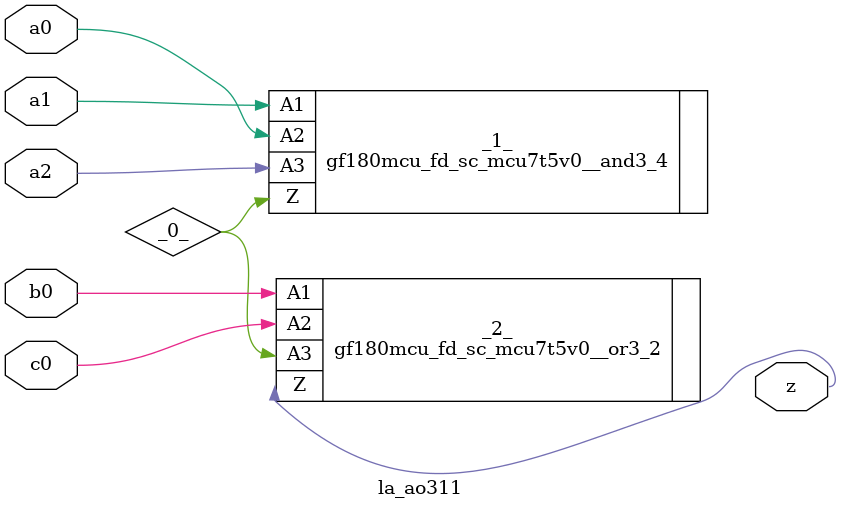
<source format=v>
/* Generated by Yosys 0.37 (git sha1 a5c7f69ed, clang 14.0.0-1ubuntu1.1 -fPIC -Os) */

module la_ao311(a0, a1, a2, b0, c0, z);
  wire _0_;
  input a0;
  wire a0;
  input a1;
  wire a1;
  input a2;
  wire a2;
  input b0;
  wire b0;
  input c0;
  wire c0;
  output z;
  wire z;
  gf180mcu_fd_sc_mcu7t5v0__and3_4 _1_ (
    .A1(a1),
    .A2(a0),
    .A3(a2),
    .Z(_0_)
  );
  gf180mcu_fd_sc_mcu7t5v0__or3_2 _2_ (
    .A1(b0),
    .A2(c0),
    .A3(_0_),
    .Z(z)
  );
endmodule

</source>
